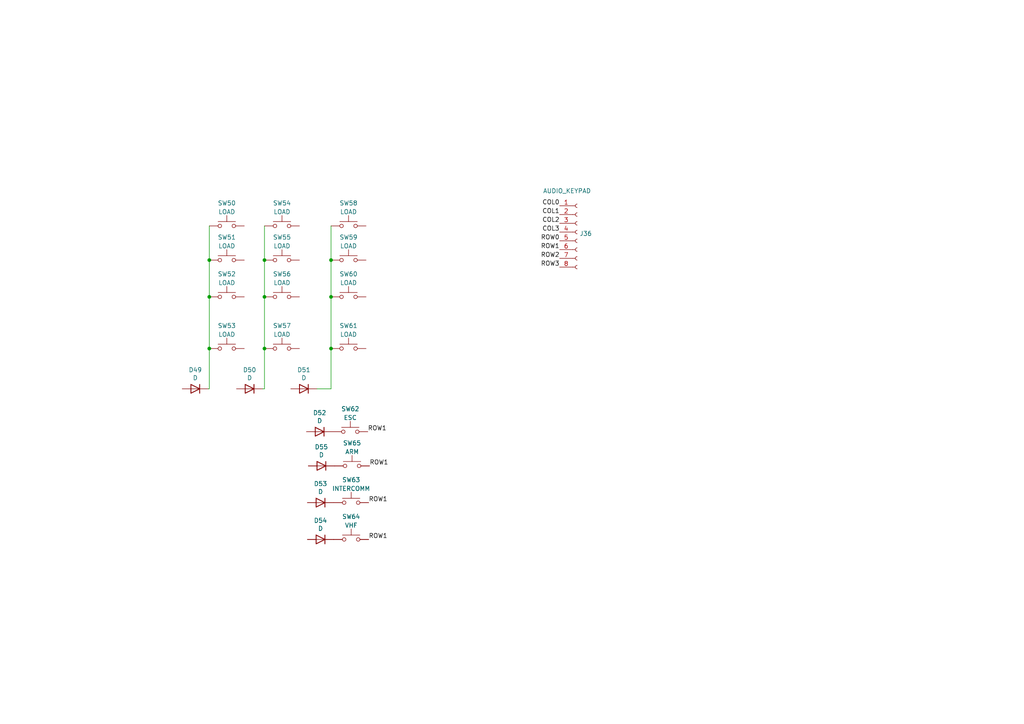
<source format=kicad_sch>
(kicad_sch (version 20211123) (generator eeschema)
  (paper "A4")
  (lib_symbols
    (symbol "Connector:Conn_01x08_Female" (pin_names (offset 1.016) hide)
      (property "Reference" "J" (at 0 10.16 0))
      (property "Value" "Conn_01x08_Female" (at 0 -12.7 0))
      (symbol "Conn_01x08_Female_1_1"
        (arc (start 0 -9.652) (mid -0.508 -10.16) (end 0 -10.668) (stroke (width 0.1524)))
        (arc (start 0 -7.112) (mid -0.508 -7.62) (end 0 -8.128) (stroke (width 0.1524)))
        (arc (start 0 -4.572) (mid -0.508 -5.08) (end 0 -5.588) (stroke (width 0.1524)))
        (arc (start 0 -2.032) (mid -0.508 -2.54) (end 0 -3.048) (stroke (width 0.1524)))
        (polyline (pts (xy -1.27 -10.16) (xy -0.508 -10.16)) (stroke (width 0.1524)))
        (polyline (pts (xy -1.27 -7.62) (xy -0.508 -7.62)) (stroke (width 0.1524)))
        (polyline (pts (xy -1.27 -5.08) (xy -0.508 -5.08)) (stroke (width 0.1524)))
        (polyline (pts (xy -1.27 -2.54) (xy -0.508 -2.54)) (stroke (width 0.1524)))
        (polyline (pts (xy -1.27 0) (xy -0.508 0)) (stroke (width 0.1524)))
        (polyline (pts (xy -1.27 2.54) (xy -0.508 2.54)) (stroke (width 0.1524)))
        (polyline (pts (xy -1.27 5.08) (xy -0.508 5.08)) (stroke (width 0.1524)))
        (polyline (pts (xy -1.27 7.62) (xy -0.508 7.62)) (stroke (width 0.1524)))
        (arc (start 0 0.508) (mid -0.508 0) (end 0 -0.508) (stroke (width 0.1524)))
        (arc (start 0 3.048) (mid -0.508 2.54) (end 0 2.032) (stroke (width 0.1524)))
        (arc (start 0 5.588) (mid -0.508 5.08) (end 0 4.572) (stroke (width 0.1524)))
        (arc (start 0 8.128) (mid -0.508 7.62) (end 0 7.112) (stroke (width 0.1524)))
        (pin passive line (at -5.08 7.62 0) (length 3.81) (name "Pin_1") (number "1"))
        (pin passive line (at -5.08 5.08 0) (length 3.81) (name "Pin_2") (number "2"))
        (pin passive line (at -5.08 2.54 0) (length 3.81) (name "Pin_3") (number "3"))
        (pin passive line (at -5.08 0 0) (length 3.81) (name "Pin_4") (number "4"))
        (pin passive line (at -5.08 -2.54 0) (length 3.81) (name "Pin_5") (number "5"))
        (pin passive line (at -5.08 -5.08 0) (length 3.81) (name "Pin_6") (number "6"))
        (pin passive line (at -5.08 -7.62 0) (length 3.81) (name "Pin_7") (number "7"))
        (pin passive line (at -5.08 -10.16 0) (length 3.81) (name "Pin_8") (number "8"))
      )
    )
    (symbol "Device:D" (pin_numbers hide) (pin_names (offset 1.016) hide)
      (property "Reference" "D" (at 0 2.54 0))
      (property "Value" "D" (at 0 -2.54 0))
      (symbol "D_0_1"
        (polyline (pts (xy -1.27 1.27) (xy -1.27 -1.27)) (stroke (width 0.254)))
        (polyline (pts (xy 1.27 0) (xy -1.27 0)))
        (polyline (pts (xy 1.27 1.27) (xy 1.27 -1.27) (xy -1.27 0) (xy 1.27 1.27)) (stroke (width 0.254)))
      )
      (symbol "D_1_1"
        (pin passive line (at -3.81 0 0) (length 2.54) (name "K") (number "1"))
        (pin passive line (at 3.81 0 180) (length 2.54) (name "A") (number "2"))
      )
    )
    (symbol "Switch:SW_Push" (pin_numbers hide) (pin_names (offset 1.016) hide)
      (property "Reference" "SW" (at 1.27 2.54 0))
      (property "Value" "SW_Push" (at 0 -1.524 0))
      (symbol "SW_Push_0_1"
        (circle (center -2.032 0) (radius 0.508))
        (polyline (pts (xy 0 1.27) (xy 0 3.048)))
        (polyline (pts (xy 2.54 1.27) (xy -2.54 1.27)))
        (circle (center 2.032 0) (radius 0.508))
        (pin passive line (at -5.08 0 0) (length 2.54) (name "1") (number "1"))
        (pin passive line (at 5.08 0 180) (length 2.54) (name "2") (number "2"))
      )
    )
  )
  (junction (at 76.708 86.106))
  (junction (at 76.708 101.092))
  (junction (at 76.708 75.438))
  (junction (at 96.012 101.092))
  (junction (at 60.706 101.092))
  (junction (at 96.012 75.438))
  (junction (at 60.706 75.438))
  (junction (at 96.012 86.106))
  (junction (at 60.706 86.106))
  (wire (pts (xy 60.706 75.438) (xy 60.706 86.106)))
  (wire (pts (xy 60.706 101.092) (xy 60.706 112.776)))
  (wire (pts (xy 76.708 101.092) (xy 76.708 112.776)))
  (wire (pts (xy 96.012 65.532) (xy 96.012 75.438)))
  (wire (pts (xy 60.706 112.776) (xy 60.452 112.776)))
  (wire (pts (xy 76.708 112.776) (xy 76.2 112.776)))
  (wire (pts (xy 96.012 112.776) (xy 91.948 112.776)))
  (wire (pts (xy 96.012 101.092) (xy 96.012 112.776)))
  (wire (pts (xy 60.706 86.106) (xy 60.706 101.092)))
  (wire (pts (xy 76.708 86.106) (xy 76.708 101.092)))
  (wire (pts (xy 76.708 75.438) (xy 76.708 86.106)))
  (wire (pts (xy 96.012 86.106) (xy 96.012 101.092)))
  (wire (pts (xy 96.012 75.438) (xy 96.012 86.106)))
  (wire (pts (xy 76.708 65.532) (xy 76.708 75.438)))
  (wire (pts (xy 60.706 65.532) (xy 60.706 75.438)))
  (label "COL3" (at 162.306 67.31 180))
  (label "ROW3" (at 162.306 77.47 180))
  (label "ROW1" (at 106.934 156.464 0))
  (label "ROW1" (at 106.68 125.222 0))
  (label "ROW0" (at 162.306 69.85 180))
  (label "COL1" (at 162.306 62.23 180))
  (label "COL0" (at 162.306 59.69 180))
  (label "ROW1" (at 162.306 72.39 180))
  (label "ROW2" (at 162.306 74.93 180))
  (label "ROW1" (at 107.188 135.128 0))
  (label "COL2" (at 162.306 64.77 180))
  (label "ROW1" (at 106.934 145.796 0))
  (symbol (lib_id "Switch:SW_Push") (at 65.786 101.092 0) (unit 1)
    (property "Reference" "SW53" (at 65.786 94.4712 0))
    (property "Value" "LOAD" (at 65.786 97.0081 0))
    (property "Footprint" "Connector_Molex:Molex_KK-254_AE-6410-02A_1x02_P2.54mm_Vertical" (effects hide))
  )
  (symbol (lib_id "Switch:SW_Push") (at 81.788 65.532 0) (unit 1)
    (property "Reference" "SW54" (at 81.788 58.9112 0))
    (property "Value" "LOAD" (at 81.788 61.4481 0))
    (property "Footprint" "Connector_Molex:Molex_KK-254_AE-6410-02A_1x02_P2.54mm_Vertical" (effects hide))
  )
  (symbol (lib_id "Switch:SW_Push") (at 101.092 101.092 0) (unit 1)
    (property "Reference" "SW61" (at 101.092 94.4712 0))
    (property "Value" "LOAD" (at 101.092 97.0081 0))
    (property "Footprint" "Connector_Molex:Molex_KK-254_AE-6410-02A_1x02_P2.54mm_Vertical" (effects hide))
  )
  (symbol (lib_id "Device:D") (at 93.218 135.128 0) (mirror y) (unit 1)
    (property "Reference" "D55" (at 93.218 129.6416 0))
    (property "Value" "D" (at 93.218 131.953 0))
    (property "Footprint" "Diode_THT:D_A-405_P7.62mm_Horizontal" (effects hide))
  )
  (symbol (lib_id "Switch:SW_Push") (at 65.786 65.532 0) (unit 1)
    (property "Reference" "SW50" (at 65.786 58.9112 0))
    (property "Value" "LOAD" (at 65.786 61.4481 0))
    (property "Footprint" "Connector_Molex:Molex_KK-254_AE-6410-02A_1x02_P2.54mm_Vertical" (effects hide))
  )
  (symbol (lib_id "Switch:SW_Push") (at 81.788 75.438 0) (unit 1)
    (property "Reference" "SW55" (at 81.788 68.8172 0))
    (property "Value" "LOAD" (at 81.788 71.3541 0))
    (property "Footprint" "Connector_Molex:Molex_KK-254_AE-6410-02A_1x02_P2.54mm_Vertical" (effects hide))
  )
  (symbol (lib_id "Switch:SW_Push") (at 102.108 135.128 0) (unit 1)
    (property "Reference" "SW65" (at 102.108 128.5072 0))
    (property "Value" "ARM" (at 102.108 131.0441 0))
    (property "Footprint" "Connector_Molex:Molex_KK-254_AE-6410-02A_1x02_P2.54mm_Vertical" (effects hide))
  )
  (symbol (lib_id "Device:D") (at 92.964 145.796 0) (mirror y) (unit 1)
    (property "Reference" "D53" (at 92.964 140.3096 0))
    (property "Value" "D" (at 92.964 142.621 0))
    (property "Footprint" "Diode_THT:D_A-405_P7.62mm_Horizontal" (effects hide))
  )
  (symbol (lib_id "Switch:SW_Push") (at 101.854 156.464 0) (unit 1)
    (property "Reference" "SW64" (at 101.854 149.8432 0))
    (property "Value" "VHF" (at 101.854 152.3801 0))
    (property "Footprint" "Connector_Molex:Molex_KK-254_AE-6410-02A_1x02_P2.54mm_Vertical" (effects hide))
  )
  (symbol (lib_id "Switch:SW_Push") (at 81.788 86.106 0) (unit 1)
    (property "Reference" "SW56" (at 81.788 79.4852 0))
    (property "Value" "LOAD" (at 81.788 82.0221 0))
    (property "Footprint" "Connector_Molex:Molex_KK-254_AE-6410-02A_1x02_P2.54mm_Vertical" (effects hide))
  )
  (symbol (lib_id "Switch:SW_Push") (at 101.854 145.796 0) (unit 1)
    (property "Reference" "SW63" (at 101.854 139.1752 0))
    (property "Value" "INTERCOMM" (at 101.854 141.7121 0))
    (property "Footprint" "Connector_Molex:Molex_KK-254_AE-6410-02A_1x02_P2.54mm_Vertical" (effects hide))
  )
  (symbol (lib_id "Device:D") (at 92.71 125.222 0) (mirror y) (unit 1)
    (property "Reference" "D52" (at 92.71 119.7356 0))
    (property "Value" "D" (at 92.71 122.047 0))
    (property "Footprint" "Diode_THT:D_A-405_P7.62mm_Horizontal" (effects hide))
  )
  (symbol (lib_id "Connector:Conn_01x08_Female") (at 167.386 67.31 0) (unit 1)
    (property "Reference" "J36" (at 168.0972 67.7453 0) (effects (justify left)))
    (property "Value" "AUDIO_KEYPAD" (at 157.48 55.372 0) (effects (justify left)))
  )
  (symbol (lib_id "Device:D") (at 92.964 156.464 0) (mirror y) (unit 1)
    (property "Reference" "D54" (at 92.964 150.9776 0))
    (property "Value" "D" (at 92.964 153.289 0))
    (property "Footprint" "Diode_THT:D_A-405_P7.62mm_Horizontal" (effects hide))
  )
  (symbol (lib_id "Device:D") (at 88.138 112.776 0) (mirror y) (unit 1)
    (property "Reference" "D51" (at 88.138 107.2896 0))
    (property "Value" "D" (at 88.138 109.601 0))
    (property "Footprint" "Diode_THT:D_A-405_P7.62mm_Horizontal" (effects hide))
  )
  (symbol (lib_id "Switch:SW_Push") (at 81.788 101.092 0) (unit 1)
    (property "Reference" "SW57" (at 81.788 94.4712 0))
    (property "Value" "LOAD" (at 81.788 97.0081 0))
    (property "Footprint" "Connector_Molex:Molex_KK-254_AE-6410-02A_1x02_P2.54mm_Vertical" (effects hide))
  )
  (symbol (lib_id "Switch:SW_Push") (at 101.092 86.106 0) (unit 1)
    (property "Reference" "SW60" (at 101.092 79.4852 0))
    (property "Value" "LOAD" (at 101.092 82.0221 0))
    (property "Footprint" "Connector_Molex:Molex_KK-254_AE-6410-02A_1x02_P2.54mm_Vertical" (effects hide))
  )
  (symbol (lib_id "Switch:SW_Push") (at 65.786 86.106 0) (unit 1)
    (property "Reference" "SW52" (at 65.786 79.4852 0))
    (property "Value" "LOAD" (at 65.786 82.0221 0))
    (property "Footprint" "Connector_Molex:Molex_KK-254_AE-6410-02A_1x02_P2.54mm_Vertical" (effects hide))
  )
  (symbol (lib_id "Switch:SW_Push") (at 101.092 65.532 0) (unit 1)
    (property "Reference" "SW58" (at 101.092 58.9112 0))
    (property "Value" "LOAD" (at 101.092 61.4481 0))
    (property "Footprint" "Connector_Molex:Molex_KK-254_AE-6410-02A_1x02_P2.54mm_Vertical" (effects hide))
  )
  (symbol (lib_id "Device:D") (at 72.39 112.776 0) (mirror y) (unit 1)
    (property "Reference" "D50" (at 72.39 107.2896 0))
    (property "Value" "D" (at 72.39 109.601 0))
    (property "Footprint" "Diode_THT:D_A-405_P7.62mm_Horizontal" (effects hide))
  )
  (symbol (lib_id "Device:D") (at 56.642 112.776 0) (mirror y) (unit 1)
    (property "Reference" "D49" (at 56.642 107.2896 0))
    (property "Value" "D" (at 56.642 109.601 0))
    (property "Footprint" "Diode_THT:D_A-405_P7.62mm_Horizontal" (effects hide))
  )
  (symbol (lib_id "Switch:SW_Push") (at 101.6 125.222 0) (unit 1)
    (property "Reference" "SW62" (at 101.6 118.6012 0))
    (property "Value" "ESC" (at 101.6 121.1381 0))
    (property "Footprint" "Connector_Molex:Molex_KK-254_AE-6410-02A_1x02_P2.54mm_Vertical" (effects hide))
  )
  (symbol (lib_id "Switch:SW_Push") (at 65.786 75.438 0) (unit 1)
    (property "Reference" "SW51" (at 65.786 68.8172 0))
    (property "Value" "LOAD" (at 65.786 71.3541 0))
    (property "Footprint" "Connector_Molex:Molex_KK-254_AE-6410-02A_1x02_P2.54mm_Vertical" (effects hide))
  )
  (symbol (lib_id "Switch:SW_Push") (at 101.092 75.438 0) (unit 1)
    (property "Reference" "SW59" (at 101.092 68.8172 0))
    (property "Value" "LOAD" (at 101.092 71.3541 0))
    (property "Footprint" "Connector_Molex:Molex_KK-254_AE-6410-02A_1x02_P2.54mm_Vertical" (effects hide))
  )
)
</source>
